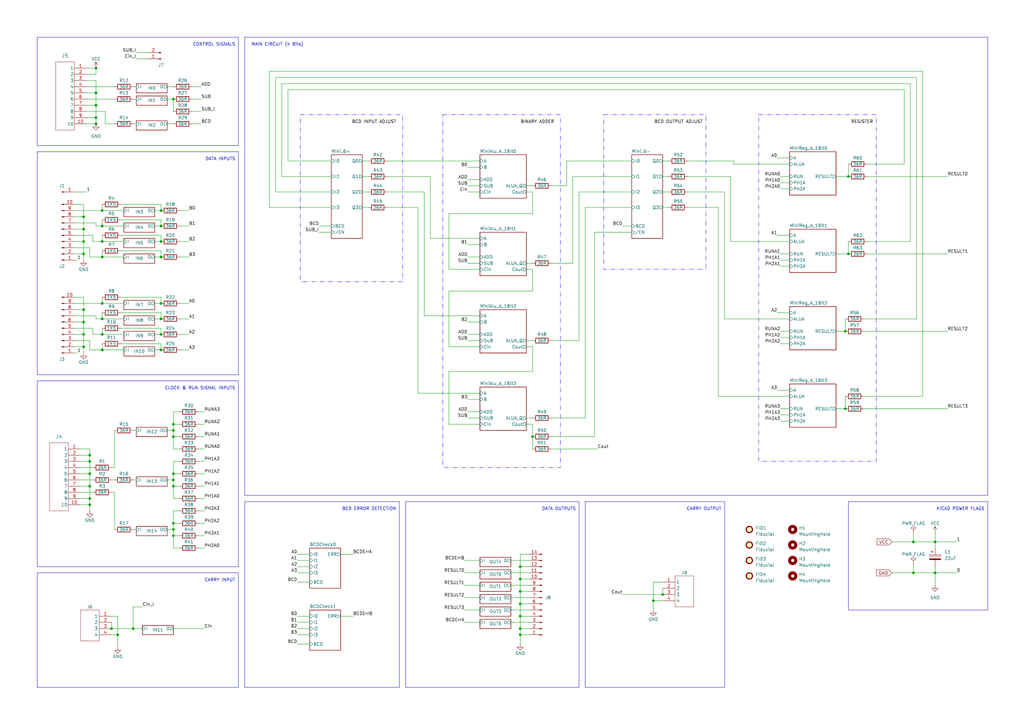
<source format=kicad_sch>
(kicad_sch (version 20230121) (generator eeschema)
  (paper "A3")
  (title_block (title "4 Bit BCD adder/subtracter with register"))
  (junction (at 41.91 92.71))
  (junction (at 39.37 48.26))
  (junction (at 54.61 257.81))
  (junction (at 213.36 260.35))
  (junction (at 346.71 167.64))
  (junction (at 71.12 179.07))
  (junction (at 346.71 135.89))
  (junction (at 71.12 196.85))
  (junction (at 71.12 194.31))
  (junction (at 39.37 27.94))
  (junction (at 213.36 257.81))
  (junction (at 347.98 104.14))
  (junction (at 66.04 86.36))
  (junction (at 66.04 143.51))
  (junction (at 213.36 237.49))
  (junction (at 34.29 93.98))
  (junction (at 66.04 137.16))
  (junction (at 347.98 72.39))
  (junction (at 41.91 105.41))
  (junction (at 34.29 132.08))
  (junction (at 45.72 257.81))
  (junction (at 41.91 137.16))
  (junction (at 71.12 173.99))
  (junction (at 66.04 99.06))
  (junction (at 213.36 252.73))
  (junction (at 41.91 130.81))
  (junction (at 41.91 124.46))
  (junction (at 39.37 43.18))
  (junction (at 71.12 217.17))
  (junction (at 41.91 143.51))
  (junction (at 213.36 247.65))
  (junction (at 34.29 104.14))
  (junction (at 66.04 124.46))
  (junction (at 66.04 105.41))
  (junction (at 34.29 99.06))
  (junction (at 39.37 38.1))
  (junction (at 383.54 222.25))
  (junction (at 374.65 234.95))
  (junction (at 213.36 242.57))
  (junction (at 34.29 142.24))
  (junction (at 71.12 199.39))
  (junction (at 34.29 137.16))
  (junction (at 71.12 219.71))
  (junction (at 71.12 176.53))
  (junction (at 36.83 204.47))
  (junction (at 36.83 207.01))
  (junction (at 271.78 243.84))
  (junction (at 34.29 127))
  (junction (at 66.04 92.71))
  (junction (at 36.83 186.69))
  (junction (at 36.83 194.31))
  (junction (at 36.83 189.23))
  (junction (at 66.04 130.81))
  (junction (at 383.54 234.95))
  (junction (at 213.36 232.41))
  (junction (at 71.12 40.64))
  (junction (at 267.97 246.38))
  (junction (at 39.37 50.8))
  (junction (at 48.26 260.35))
  (junction (at 36.83 199.39))
  (junction (at 34.29 88.9))
  (junction (at 41.91 99.06))
  (junction (at 71.12 214.63))
  (junction (at 218.44 179.07))
  (junction (at 41.91 86.36))
  (junction (at 374.65 222.25))
  (wire (pts (xy 226.06 184.15) (xy 245.11 184.15)))
  (wire (pts (xy 184.15 87.63) (xy 184.15 110.49)))
  (wire (pts (xy 33.02 189.23) (xy 36.83 189.23)))
  (wire (pts (xy 184.15 142.24) (xy 196.85 142.24)))
  (wire (pts (xy 30.48 142.24) (xy 34.29 142.24)))
  (wire (pts (xy 39.37 92.71) (xy 41.91 92.71)))
  (wire (pts (xy 226.06 171.45) (xy 240.03 171.45)))
  (wire (pts (xy 30.48 88.9) (xy 34.29 88.9)))
  (wire (pts (xy 45.72 201.93) (xy 46.99 201.93)))
  (wire (pts (xy 190.5 229.87) (xy 196.85 229.87)))
  (wire (pts (xy 30.48 134.62) (xy 38.1 134.62)))
  (wire (pts (xy 191.77 132.08) (xy 196.85 132.08)))
  (wire (pts (xy 226.06 76.2) (xy 232.41 76.2)))
  (wire (pts (xy 34.29 83.82) (xy 34.29 88.9)))
  (wire (pts (xy 54.61 50.8) (xy 55.88 50.8)))
  (wire (pts (xy 375.92 130.81) (xy 354.33 130.81)))
  (wire (pts (xy 35.56 30.48) (xy 39.37 30.48)))
  (wire (pts (xy 218.44 142.24) (xy 218.44 152.4)))
  (wire (pts (xy 36.83 186.69) (xy 36.83 189.23)))
  (wire (pts (xy 110.49 85.09) (xy 110.49 29.21)))
  (wire (pts (xy 118.11 36.83) (xy 118.11 66.04)))
  (wire (pts (xy 370.84 36.83) (xy 118.11 36.83)))
  (wire (pts (xy 66.04 83.82) (xy 66.04 86.36)))
  (wire (pts (xy 342.9 72.39) (xy 347.98 72.39)))
  (wire (pts (xy 158.75 85.09) (xy 171.45 85.09)))
  (wire (pts (xy 255.27 243.84) (xy 271.78 243.84)))
  (wire (pts (xy 30.48 93.98) (xy 34.29 93.98)))
  (wire (pts (xy 215.9 173.99) (xy 218.44 173.99)))
  (wire (pts (xy 66.04 102.87) (xy 66.04 105.41)))
  (wire (pts (xy 45.72 257.81) (xy 54.61 257.81)))
  (wire (pts (xy 243.84 179.07) (xy 226.06 179.07)))
  (wire (pts (xy 113.03 31.75) (xy 113.03 78.74)))
  (wire (pts (xy 365.76 222.25) (xy 374.65 222.25)))
  (wire (pts (xy 139.7 227.33) (xy 144.78 227.33)))
  (wire (pts (xy 38.1 99.06) (xy 41.91 99.06)))
  (wire (pts (xy 378.46 162.56) (xy 354.33 162.56)))
  (wire (pts (xy 71.12 176.53) (xy 71.12 179.07)))
  (wire (pts (xy 191.77 107.95) (xy 196.85 107.95)))
  (wire (pts (xy 71.12 184.15) (xy 73.66 184.15)))
  (wire (pts (xy 148.59 85.09) (xy 151.13 85.09)))
  (wire (pts (xy 191.77 76.2) (xy 196.85 76.2)))
  (wire (pts (xy 41.91 90.17) (xy 41.91 92.71)))
  (wire (pts (xy 383.54 234.95) (xy 383.54 240.03)))
  (wire (pts (xy 78.74 50.8) (xy 82.55 50.8)))
  (wire (pts (xy 184.15 119.38) (xy 184.15 142.24)))
  (wire (pts (xy 191.77 105.41) (xy 196.85 105.41)))
  (wire (pts (xy 34.29 104.14) (xy 34.29 106.68)))
  (wire (pts (xy 300.99 66.04) (xy 281.94 66.04)))
  (wire (pts (xy 34.29 127) (xy 34.29 132.08)))
  (wire (pts (xy 41.91 128.27) (xy 41.91 130.81)))
  (wire (pts (xy 71.12 173.99) (xy 73.66 173.99)))
  (wire (pts (xy 209.55 245.11) (xy 217.17 245.11)))
  (wire (pts (xy 127 257.81) (xy 121.92 257.81)))
  (wire (pts (xy 158.75 72.39) (xy 176.53 72.39)))
  (wire (pts (xy 71.12 194.31) (xy 71.12 196.85)))
  (wire (pts (xy 33.02 199.39) (xy 36.83 199.39)))
  (wire (pts (xy 271.78 78.74) (xy 274.32 78.74)))
  (wire (pts (xy 375.92 31.75) (xy 375.92 130.81)))
  (wire (pts (xy 34.29 99.06) (xy 34.29 104.14)))
  (wire (pts (xy 71.12 217.17) (xy 71.12 219.71)))
  (wire (pts (xy 43.18 50.8) (xy 43.18 45.72)))
  (wire (pts (xy 54.61 248.92) (xy 54.61 257.81)))
  (wire (pts (xy 68.58 50.8) (xy 71.12 50.8)))
  (wire (pts (xy 383.54 222.25) (xy 392.43 222.25)))
  (wire (pts (xy 30.48 78.74) (xy 35.56 78.74)))
  (wire (pts (xy 355.6 72.39) (xy 388.62 72.39)))
  (wire (pts (xy 281.94 72.39) (xy 299.72 72.39)))
  (wire (pts (xy 35.56 38.1) (xy 39.37 38.1)))
  (wire (pts (xy 49.53 102.87) (xy 66.04 102.87)))
  (wire (pts (xy 45.72 255.27) (xy 45.72 257.81)))
  (wire (pts (xy 36.83 207.01) (xy 36.83 209.55)))
  (wire (pts (xy 54.61 217.17) (xy 55.88 217.17)))
  (wire (pts (xy 255.27 92.71) (xy 259.08 92.71)))
  (wire (pts (xy 318.77 160.02) (xy 323.85 160.02)))
  (wire (pts (xy 271.78 66.04) (xy 274.32 66.04)))
  (wire (pts (xy 55.88 24.13) (xy 60.96 24.13)))
  (wire (pts (xy 68.58 176.53) (xy 71.12 176.53)))
  (wire (pts (xy 374.65 231.14) (xy 374.65 234.95)))
  (wire (pts (xy 46.99 191.77) (xy 45.72 191.77)))
  (wire (pts (xy 73.66 130.81) (xy 77.47 130.81)))
  (wire (pts (xy 299.72 72.39) (xy 299.72 99.06)))
  (wire (pts (xy 113.03 31.75) (xy 375.92 31.75)))
  (wire (pts (xy 320.04 74.93) (xy 323.85 74.93)))
  (wire (pts (xy 36.83 189.23) (xy 36.83 194.31)))
  (wire (pts (xy 81.28 224.79) (xy 83.82 224.79)))
  (wire (pts (xy 66.04 140.97) (xy 66.04 143.51)))
  (wire (pts (xy 35.56 43.18) (xy 39.37 43.18)))
  (wire (pts (xy 237.49 78.74) (xy 237.49 139.7)))
  (wire (pts (xy 36.83 143.51) (xy 36.83 139.7)))
  (wire (pts (xy 33.02 201.93) (xy 38.1 201.93)))
  (wire (pts (xy 259.08 78.74) (xy 237.49 78.74)))
  (wire (pts (xy 73.66 143.51) (xy 77.47 143.51)))
  (wire (pts (xy 190.5 245.11) (xy 196.85 245.11)))
  (wire (pts (xy 373.38 34.29) (xy 115.57 34.29)))
  (wire (pts (xy 39.37 130.81) (xy 39.37 129.54)))
  (wire (pts (xy 54.61 176.53) (xy 55.88 176.53)))
  (wire (pts (xy 271.78 72.39) (xy 274.32 72.39)))
  (wire (pts (xy 373.38 99.06) (xy 355.6 99.06)))
  (wire (pts (xy 30.48 121.92) (xy 34.29 121.92)))
  (wire (pts (xy 81.28 168.91) (xy 83.82 168.91)))
  (wire (pts (xy 71.12 40.64) (xy 71.12 45.72)))
  (wire (pts (xy 191.77 163.83) (xy 196.85 163.83)))
  (wire (pts (xy 39.37 130.81) (xy 41.91 130.81)))
  (wire (pts (xy 36.83 105.41) (xy 36.83 101.6)))
  (wire (pts (xy 176.53 72.39) (xy 176.53 97.79)))
  (wire (pts (xy 383.54 234.95) (xy 392.43 234.95)))
  (wire (pts (xy 213.36 247.65) (xy 213.36 252.73)))
  (wire (pts (xy 71.12 179.07) (xy 71.12 184.15)))
  (wire (pts (xy 71.12 199.39) (xy 73.66 199.39)))
  (wire (pts (xy 36.83 105.41) (xy 41.91 105.41)))
  (wire (pts (xy 30.48 99.06) (xy 34.29 99.06)))
  (wire (pts (xy 30.48 124.46) (xy 41.91 124.46)))
  (wire (pts (xy 127 260.35) (xy 121.92 260.35)))
  (wire (pts (xy 171.45 85.09) (xy 171.45 161.29)))
  (wire (pts (xy 36.83 139.7) (xy 30.48 139.7)))
  (wire (pts (xy 33.02 194.31) (xy 36.83 194.31)))
  (wire (pts (xy 30.48 132.08) (xy 34.29 132.08)))
  (wire (pts (xy 215.9 78.74) (xy 218.44 78.74)))
  (wire (pts (xy 320.04 140.97) (xy 323.85 140.97)))
  (wire (pts (xy 34.29 142.24) (xy 34.29 144.78)))
  (wire (pts (xy 41.91 121.92) (xy 41.91 124.46)))
  (wire (pts (xy 41.91 130.81) (xy 50.8 130.81)))
  (wire (pts (xy 49.53 96.52) (xy 66.04 96.52)))
  (wire (pts (xy 271.78 246.38) (xy 267.97 246.38)))
  (wire (pts (xy 354.33 135.89) (xy 388.62 135.89)))
  (wire (pts (xy 374.65 218.44) (xy 374.65 222.25)))
  (wire (pts (xy 218.44 184.15) (xy 218.44 179.07)))
  (wire (pts (xy 49.53 90.17) (xy 66.04 90.17)))
  (wire (pts (xy 213.36 227.33) (xy 213.36 232.41)))
  (wire (pts (xy 320.04 170.18) (xy 323.85 170.18)))
  (wire (pts (xy 54.61 196.85) (xy 55.88 196.85)))
  (wire (pts (xy 370.84 67.31) (xy 355.6 67.31)))
  (wire (pts (xy 347.98 72.39) (xy 347.98 67.31)))
  (wire (pts (xy 213.36 232.41) (xy 213.36 237.49)))
  (wire (pts (xy 48.26 260.35) (xy 45.72 260.35)))
  (wire (pts (xy 68.58 35.56) (xy 71.12 35.56)))
  (wire (pts (xy 217.17 237.49) (xy 213.36 237.49)))
  (wire (pts (xy 78.74 45.72) (xy 82.55 45.72)))
  (wire (pts (xy 71.12 224.79) (xy 73.66 224.79)))
  (wire (pts (xy 213.36 264.16) (xy 213.36 260.35)))
  (wire (pts (xy 127 229.87) (xy 121.92 229.87)))
  (wire (pts (xy 81.28 204.47) (xy 83.82 204.47)))
  (wire (pts (xy 49.53 134.62) (xy 66.04 134.62)))
  (wire (pts (xy 184.15 110.49) (xy 196.85 110.49)))
  (wire (pts (xy 218.44 152.4) (xy 184.15 152.4)))
  (wire (pts (xy 49.53 121.92) (xy 66.04 121.92)))
  (wire (pts (xy 30.48 137.16) (xy 34.29 137.16)))
  (wire (pts (xy 209.55 240.03) (xy 217.17 240.03)))
  (wire (pts (xy 71.12 219.71) (xy 73.66 219.71)))
  (wire (pts (xy 110.49 29.21) (xy 378.46 29.21)))
  (wire (pts (xy 68.58 217.17) (xy 71.12 217.17)))
  (wire (pts (xy 213.36 237.49) (xy 213.36 242.57)))
  (wire (pts (xy 127 227.33) (xy 121.92 227.33)))
  (wire (pts (xy 113.03 78.74) (xy 135.89 78.74)))
  (wire (pts (xy 45.72 196.85) (xy 46.99 196.85)))
  (wire (pts (xy 297.18 130.81) (xy 323.85 130.81)))
  (wire (pts (xy 34.29 132.08) (xy 34.29 137.16)))
  (wire (pts (xy 33.02 184.15) (xy 36.83 184.15)))
  (wire (pts (xy 71.12 209.55) (xy 71.12 214.63)))
  (wire (pts (xy 213.36 252.73) (xy 213.36 257.81)))
  (wire (pts (xy 110.49 85.09) (xy 135.89 85.09)))
  (wire (pts (xy 41.91 83.82) (xy 41.91 86.36)))
  (wire (pts (xy 48.26 260.35) (xy 48.26 265.43)))
  (wire (pts (xy 217.17 247.65) (xy 213.36 247.65)))
  (wire (pts (xy 73.66 137.16) (xy 77.47 137.16)))
  (wire (pts (xy 139.7 252.73) (xy 144.78 252.73)))
  (wire (pts (xy 346.71 167.64) (xy 346.71 162.56)))
  (wire (pts (xy 318.77 64.77) (xy 323.85 64.77)))
  (wire (pts (xy 38.1 191.77) (xy 33.02 191.77)))
  (wire (pts (xy 63.5 92.71) (xy 66.04 92.71)))
  (wire (pts (xy 31.75 106.68) (xy 30.48 106.68)))
  (wire (pts (xy 218.44 78.74) (xy 218.44 87.63)))
  (wire (pts (xy 240.03 85.09) (xy 259.08 85.09)))
  (wire (pts (xy 35.56 48.26) (xy 39.37 48.26)))
  (wire (pts (xy 299.72 99.06) (xy 323.85 99.06)))
  (wire (pts (xy 33.02 207.01) (xy 36.83 207.01)))
  (wire (pts (xy 36.83 184.15) (xy 36.83 186.69)))
  (wire (pts (xy 173.99 129.54) (xy 196.85 129.54)))
  (wire (pts (xy 78.74 35.56) (xy 82.55 35.56)))
  (wire (pts (xy 354.33 167.64) (xy 388.62 167.64)))
  (wire (pts (xy 281.94 78.74) (xy 297.18 78.74)))
  (wire (pts (xy 300.99 67.31) (xy 323.85 67.31)))
  (wire (pts (xy 215.9 107.95) (xy 218.44 107.95)))
  (wire (pts (xy 294.64 162.56) (xy 323.85 162.56)))
  (wire (pts (xy 218.44 139.7) (xy 215.9 139.7)))
  (wire (pts (xy 148.59 72.39) (xy 151.13 72.39)))
  (wire (pts (xy 215.9 142.24) (xy 218.44 142.24)))
  (wire (pts (xy 226.06 139.7) (xy 237.49 139.7)))
  (wire (pts (xy 39.37 38.1) (xy 39.37 43.18)))
  (wire (pts (xy 35.56 33.02) (xy 39.37 33.02)))
  (wire (pts (xy 342.9 135.89) (xy 346.71 135.89)))
  (wire (pts (xy 191.77 168.91) (xy 196.85 168.91)))
  (wire (pts (xy 294.64 85.09) (xy 294.64 162.56)))
  (wire (pts (xy 320.04 135.89) (xy 323.85 135.89)))
  (wire (pts (xy 39.37 92.71) (xy 39.37 91.44)))
  (wire (pts (xy 342.9 104.14) (xy 347.98 104.14)))
  (wire (pts (xy 281.94 85.09) (xy 294.64 85.09)))
  (wire (pts (xy 71.12 189.23) (xy 73.66 189.23)))
  (wire (pts (xy 342.9 167.64) (xy 346.71 167.64)))
  (wire (pts (xy 158.75 78.74) (xy 173.99 78.74)))
  (wire (pts (xy 71.12 189.23) (xy 71.12 194.31)))
  (wire (pts (xy 38.1 96.52) (xy 30.48 96.52)))
  (wire (pts (xy 115.57 34.29) (xy 115.57 72.39)))
  (wire (pts (xy 320.04 109.22) (xy 323.85 109.22)))
  (wire (pts (xy 41.91 99.06) (xy 50.8 99.06)))
  (wire (pts (xy 63.5 99.06) (xy 66.04 99.06)))
  (wire (pts (xy 267.97 238.76) (xy 267.97 246.38)))
  (wire (pts (xy 63.5 130.81) (xy 66.04 130.81)))
  (wire (pts (xy 171.45 161.29) (xy 196.85 161.29)))
  (wire (pts (xy 176.53 97.79) (xy 196.85 97.79)))
  (wire (pts (xy 121.92 238.76) (xy 127 238.76)))
  (wire (pts (xy 41.91 134.62) (xy 41.91 137.16)))
  (wire (pts (xy 73.66 99.06) (xy 77.47 99.06)))
  (wire (pts (xy 213.36 242.57) (xy 213.36 247.65)))
  (wire (pts (xy 81.28 194.31) (xy 83.82 194.31)))
  (wire (pts (xy 35.56 40.64) (xy 46.99 40.64)))
  (wire (pts (xy 73.66 92.71) (xy 77.47 92.71)))
  (wire (pts (xy 58.42 248.92) (xy 54.61 248.92)))
  (wire (pts (xy 71.12 168.91) (xy 73.66 168.91)))
  (wire (pts (xy 218.44 87.63) (xy 184.15 87.63)))
  (wire (pts (xy 232.41 66.04) (xy 232.41 76.2)))
  (wire (pts (xy 378.46 162.56) (xy 378.46 29.21)))
  (wire (pts (xy 215.9 171.45) (xy 218.44 171.45)))
  (wire (pts (xy 373.38 99.06) (xy 373.38 34.29)))
  (wire (pts (xy 191.77 78.74) (xy 196.85 78.74)))
  (wire (pts (xy 35.56 50.8) (xy 39.37 50.8)))
  (wire (pts (xy 43.18 50.8) (xy 46.99 50.8)))
  (wire (pts (xy 209.55 255.27) (xy 217.17 255.27)))
  (wire (pts (xy 158.75 66.04) (xy 196.85 66.04)))
  (wire (pts (xy 81.28 184.15) (xy 83.82 184.15)))
  (wire (pts (xy 68.58 196.85) (xy 71.12 196.85)))
  (wire (pts (xy 81.28 173.99) (xy 83.82 173.99)))
  (wire (pts (xy 66.04 128.27) (xy 66.04 130.81)))
  (wire (pts (xy 234.95 107.95) (xy 234.95 72.39)))
  (wire (pts (xy 71.12 194.31) (xy 73.66 194.31)))
  (wire (pts (xy 217.17 257.81) (xy 213.36 257.81)))
  (wire (pts (xy 271.78 241.3) (xy 271.78 243.84)))
  (wire (pts (xy 243.84 95.25) (xy 243.84 179.07)))
  (wire (pts (xy 71.12 257.81) (xy 83.82 257.81)))
  (wire (pts (xy 33.02 204.47) (xy 36.83 204.47)))
  (wire (pts (xy 30.48 104.14) (xy 34.29 104.14)))
  (wire (pts (xy 217.17 232.41) (xy 213.36 232.41)))
  (wire (pts (xy 191.77 73.66) (xy 196.85 73.66)))
  (wire (pts (xy 190.5 250.19) (xy 196.85 250.19)))
  (wire (pts (xy 355.6 104.14) (xy 388.62 104.14)))
  (wire (pts (xy 41.91 137.16) (xy 50.8 137.16)))
  (wire (pts (xy 63.5 105.41) (xy 66.04 105.41)))
  (wire (pts (xy 130.81 92.71) (xy 135.89 92.71)))
  (wire (pts (xy 41.91 96.52) (xy 41.91 99.06)))
  (wire (pts (xy 127 252.73) (xy 121.92 252.73)))
  (wire (pts (xy 38.1 137.16) (xy 38.1 134.62)))
  (wire (pts (xy 36.83 199.39) (xy 36.83 204.47)))
  (wire (pts (xy 217.17 227.33) (xy 213.36 227.33)))
  (wire (pts (xy 267.97 246.38) (xy 267.97 250.19)))
  (wire (pts (xy 81.28 219.71) (xy 83.82 219.71)))
  (wire (pts (xy 38.1 99.06) (xy 38.1 96.52)))
  (wire (pts (xy 218.44 76.2) (xy 215.9 76.2)))
  (wire (pts (xy 49.53 128.27) (xy 66.04 128.27)))
  (wire (pts (xy 191.77 137.16) (xy 196.85 137.16)))
  (wire (pts (xy 71.12 204.47) (xy 73.66 204.47)))
  (wire (pts (xy 33.02 196.85) (xy 38.1 196.85)))
  (wire (pts (xy 148.59 78.74) (xy 151.13 78.74)))
  (wire (pts (xy 297.18 78.74) (xy 297.18 130.81)))
  (wire (pts (xy 213.36 260.35) (xy 217.17 260.35)))
  (wire (pts (xy 39.37 30.48) (xy 39.37 27.94)))
  (wire (pts (xy 209.55 229.87) (xy 217.17 229.87)))
  (wire (pts (xy 130.81 95.25) (xy 135.89 95.25)))
  (wire (pts (xy 190.5 234.95) (xy 196.85 234.95)))
  (wire (pts (xy 30.48 83.82) (xy 34.29 83.82)))
  (wire (pts (xy 71.12 214.63) (xy 71.12 217.17)))
  (wire (pts (xy 374.65 234.95) (xy 383.54 234.95)))
  (wire (pts (xy 55.88 21.59) (xy 60.96 21.59)))
  (wire (pts (xy 213.36 257.81) (xy 213.36 260.35)))
  (wire (pts (xy 49.53 140.97) (xy 66.04 140.97)))
  (wire (pts (xy 215.9 110.49) (xy 218.44 110.49)))
  (wire (pts (xy 383.54 222.25) (xy 383.54 218.44)))
  (wire (pts (xy 190.5 255.27) (xy 196.85 255.27)))
  (wire (pts (xy 71.12 179.07) (xy 73.66 179.07)))
  (wire (pts (xy 71.12 168.91) (xy 71.12 173.99)))
  (wire (pts (xy 191.77 171.45) (xy 196.85 171.45)))
  (wire (pts (xy 39.37 48.26) (xy 39.37 50.8)))
  (wire (pts (xy 34.29 137.16) (xy 34.29 142.24)))
  (wire (pts (xy 115.57 72.39) (xy 135.89 72.39)))
  (wire (pts (xy 347.98 99.06) (xy 347.98 104.14)))
  (wire (pts (xy 81.28 214.63) (xy 83.82 214.63)))
  (wire (pts (xy 271.78 85.09) (xy 274.32 85.09)))
  (wire (pts (xy 320.04 104.14) (xy 323.85 104.14)))
  (wire (pts (xy 54.61 35.56) (xy 55.88 35.56)))
  (wire (pts (xy 73.66 86.36) (xy 77.47 86.36)))
  (wire (pts (xy 41.91 92.71) (xy 50.8 92.71)))
  (wire (pts (xy 234.95 72.39) (xy 259.08 72.39)))
  (wire (pts (xy 46.99 176.53) (xy 46.99 191.77)))
  (wire (pts (xy 320.04 167.64) (xy 323.85 167.64)))
  (wire (pts (xy 300.99 67.31) (xy 300.99 66.04)))
  (wire (pts (xy 71.12 199.39) (xy 71.12 204.47)))
  (wire (pts (xy 218.44 119.38) (xy 184.15 119.38)))
  (wire (pts (xy 217.17 242.57) (xy 213.36 242.57)))
  (wire (pts (xy 71.12 214.63) (xy 73.66 214.63)))
  (wire (pts (xy 191.77 139.7) (xy 196.85 139.7)))
  (wire (pts (xy 320.04 138.43) (xy 323.85 138.43)))
  (wire (pts (xy 39.37 43.18) (xy 39.37 48.26)))
  (wire (pts (xy 54.61 40.64) (xy 55.88 40.64)))
  (wire (pts (xy 243.84 95.25) (xy 259.08 95.25)))
  (wire (pts (xy 209.55 234.95) (xy 217.17 234.95)))
  (wire (pts (xy 81.28 179.07) (xy 83.82 179.07)))
  (wire (pts (xy 78.74 40.64) (xy 82.55 40.64)))
  (wire (pts (xy 240.03 171.45) (xy 240.03 85.09)))
  (wire (pts (xy 73.66 124.46) (xy 77.47 124.46)))
  (wire (pts (xy 71.12 196.85) (xy 71.12 199.39)))
  (wire (pts (xy 33.02 186.69) (xy 36.83 186.69)))
  (wire (pts (xy 365.76 234.95) (xy 374.65 234.95)))
  (wire (pts (xy 39.37 91.44) (xy 30.48 91.44)))
  (wire (pts (xy 320.04 106.68) (xy 323.85 106.68)))
  (wire (pts (xy 34.29 88.9) (xy 34.29 93.98)))
  (wire (pts (xy 66.04 90.17) (xy 66.04 92.71)))
  (wire (pts (xy 127 255.27) (xy 121.92 255.27)))
  (wire (pts (xy 148.59 66.04) (xy 151.13 66.04)))
  (wire (pts (xy 383.54 232.41) (xy 383.54 234.95)))
  (wire (pts (xy 346.71 130.81) (xy 346.71 135.89)))
  (wire (pts (xy 35.56 27.94) (xy 39.37 27.94)))
  (wire (pts (xy 370.84 36.83) (xy 370.84 67.31)))
  (wire (pts (xy 135.89 66.04) (xy 118.11 66.04)))
  (wire (pts (xy 39.37 129.54) (xy 30.48 129.54)))
  (wire (pts (xy 41.91 143.51) (xy 50.8 143.51)))
  (wire (pts (xy 54.61 257.81) (xy 58.42 257.81)))
  (wire (pts (xy 48.26 252.73) (xy 48.26 260.35)))
  (wire (pts (xy 127 232.41) (xy 121.92 232.41)))
  (wire (pts (xy 63.5 86.36) (xy 66.04 86.36)))
  (wire (pts (xy 71.12 173.99) (xy 71.12 176.53)))
  (wire (pts (xy 320.04 72.39) (xy 323.85 72.39)))
  (wire (pts (xy 226.06 107.95) (xy 234.95 107.95)))
  (wire (pts (xy 81.28 189.23) (xy 83.82 189.23)))
  (wire (pts (xy 318.77 128.27) (xy 323.85 128.27)))
  (wire (pts (xy 63.5 137.16) (xy 66.04 137.16)))
  (wire (pts (xy 34.29 121.92) (xy 34.29 127)))
  (wire (pts (xy 66.04 121.92) (xy 66.04 124.46)))
  (wire (pts (xy 36.83 204.47) (xy 36.83 207.01)))
  (wire (pts (xy 30.48 127) (xy 34.29 127)))
  (wire (pts (xy 271.78 238.76) (xy 267.97 238.76)))
  (wire (pts (xy 41.91 102.87) (xy 41.91 105.41)))
  (wire (pts (xy 383.54 222.25) (xy 383.54 224.79)))
  (wire (pts (xy 184.15 152.4) (xy 184.15 173.99)))
  (wire (pts (xy 71.12 209.55) (xy 73.66 209.55)))
  (wire (pts (xy 191.77 68.58) (xy 196.85 68.58)))
  (wire (pts (xy 81.28 209.55) (xy 83.82 209.55)))
  (wire (pts (xy 318.77 96.52) (xy 323.85 96.52)))
  (wire (pts (xy 374.65 222.25) (xy 383.54 222.25)))
  (wire (pts (xy 45.72 252.73) (xy 48.26 252.73)))
  (wire (pts (xy 41.91 86.36) (xy 50.8 86.36)))
  (wire (pts (xy 190.5 240.03) (xy 196.85 240.03)))
  (wire (pts (xy 49.53 83.82) (xy 66.04 83.82)))
  (wire (pts (xy 46.99 201.93) (xy 46.99 217.17)))
  (wire (pts (xy 39.37 33.02) (xy 39.37 38.1)))
  (wire (pts (xy 31.75 144.78) (xy 30.48 144.78)))
  (wire (pts (xy 38.1 137.16) (xy 41.91 137.16)))
  (wire (pts (xy 34.29 93.98) (xy 34.29 99.06)))
  (wire (pts (xy 73.66 105.41) (xy 77.47 105.41)))
  (wire (pts (xy 217.17 252.73) (xy 213.36 252.73)))
  (wire (pts (xy 218.44 110.49) (xy 218.44 119.38)))
  (wire (pts (xy 320.04 77.47) (xy 323.85 77.47)))
  (wire (pts (xy 209.55 250.19) (xy 217.17 250.19)))
  (wire (pts (xy 127 234.95) (xy 121.92 234.95)))
  (wire (pts (xy 36.83 143.51) (xy 41.91 143.51)))
  (wire (pts (xy 68.58 40.64) (xy 71.12 40.64)))
  (wire (pts (xy 63.5 143.51) (xy 66.04 143.51)))
  (wire (pts (xy 30.48 86.36) (xy 41.91 86.36)))
  (wire (pts (xy 66.04 134.62) (xy 66.04 137.16)))
  (wire (pts (xy 191.77 100.33) (xy 196.85 100.33)))
  (wire (pts (xy 41.91 124.46) (xy 50.8 124.46)))
  (wire (pts (xy 36.83 101.6) (xy 30.48 101.6)))
  (wire (pts (xy 41.91 140.97) (xy 41.91 143.51)))
  (wire (pts (xy 43.18 45.72) (xy 35.56 45.72)))
  (wire (pts (xy 66.04 96.52) (xy 66.04 99.06)))
  (wire (pts (xy 63.5 124.46) (xy 66.04 124.46)))
  (wire (pts (xy 184.15 173.99) (xy 196.85 173.99)))
  (wire (pts (xy 81.28 199.39) (xy 83.82 199.39)))
  (wire (pts (xy 41.91 105.41) (xy 50.8 105.41)))
  (wire (pts (xy 71.12 219.71) (xy 71.12 224.79)))
  (wire (pts (xy 259.08 66.04) (xy 232.41 66.04)))
  (wire (pts (xy 121.92 264.16) (xy 127 264.16)))
  (wire (pts (xy 36.83 194.31) (xy 36.83 199.39)))
  (wire (pts (xy 173.99 78.74) (xy 173.99 129.54)))
  (wire (pts (xy 320.04 172.72) (xy 323.85 172.72)))
  (wire (pts (xy 35.56 35.56) (xy 46.99 35.56)))
  (wire (pts (xy 218.44 173.99) (xy 218.44 179.07)))
  (rectangle (start 347.98 205.74) (end 405.13 250.19))
  (rectangle (start 15.24 234.95) (end 97.79 281.94))
  (rectangle (start 311.15 46.99) (end 359.41 189.23) (stroke (width 0) (type dash_dot_dot) (color 0 0 255 1)))
  (rectangle (start 181.61 46.99) (end 229.87 191.77) (stroke (width 0) (type dash_dot_dot) (color 0 0 255 1)))
  (rectangle (start 247.65 46.99) (end 289.56 110.49) (stroke (width 0) (type dash_dot_dot) (color 0 0 255 1)))
  (rectangle (start 240.03 205.74) (end 297.18 281.94))
  (rectangle (start 166.37 205.74) (end 237.49 281.94))
  (rectangle (start 123.19 46.99) (end 165.1 115.57) (stroke (width 0) (type dash_dot_dot) (color 0 0 255 1)))
  (rectangle (start 15.24 15.24) (end 97.79 59.69))
  (rectangle (start 15.24 62.23) (end 97.79 153.67))
  (rectangle (start 100.33 15.24) (end 405.13 203.2))
  (rectangle (start 100.33 205.74) (end 163.83 281.94))
  (rectangle (start 15.24 156.21) (end 97.79 232.41))
  (text "KICAD POWER FLAGS" (at 403.86 209.55 0) (effects (font (size 1.27 1.27)) (justify right bottom)))
  (text "MAIN CIRCUIT (4 Bits)" (at 124.46 19.05 0) (effects (font (size 1.27 1.27)) (justify right bottom)))
  (text "DATA OUTPUTS" (at 236.22 209.55 0) (effects (font (size 1.27 1.27)) (justify right bottom)))
  (text "REGISTER" (at 358.14 50.8 0) (effects (font (size 1.27 1.27)) (justify right bottom)))
  (text "BCD OUTPUT ADJUST" (at 288.29 50.8 0) (effects (font (size 1.27 1.27)) (justify right bottom)))
  (text "BINARY ADDER" (at 227.33 50.8 0) (effects (font (size 1.27 1.27)) (justify right bottom)))
  (text "CARRY OUTPUT" (at 295.91 209.55 0) (effects (font (size 1.27 1.27)) (justify right bottom)))
  (text "CONTROL SIGNALS" (at 96.52 19.05 0) (effects (font (size 1.27 1.27)) (justify right bottom)))
  (text "DATA INPUTS" (at 96.52 66.04 0) (effects (font (size 1.27 1.27)) (justify right bottom)))
  (text "CARRY INPUT" (at 96.52 238.76 0) (effects (font (size 1.27 1.27)) (justify right bottom)))
  (text "CLOCK & RUN SIGNAL INPUTS" (at 96.52 160.02 0) (effects (font (size 1.27 1.27)) (justify right bottom)))
  (text "BCD INPUT ADJUST" (at 162.56 50.8 0) (effects (font (size 1.27 1.27)) (justify right bottom)))
  (text "BCD ERROR DETECTION" (at 162.56 209.55 0) (effects (font (size 1.27 1.27)) (justify right bottom)))
  (label "B0" (at 77.47 86.36 0))
  (label "B0" (at 191.77 68.58 180))
  (label "Cout" (at 245.11 184.15 0))
  (label "BCD" (at 82.55 50.8 0))
  (label "ADD" (at 191.77 73.66 180))
  (label "Cin" (at 83.82 257.81 0))
  (label "B1" (at 191.77 100.33 180))
  (label "BCDErrA" (at 190.5 255.27 180))
  (label "BCD" (at 255.27 92.71 180))
  (label "PH1A1" (at 320.04 106.68 180))
  (label "ADD" (at 191.77 137.16 180))
  (label "A1" (at 121.92 229.87 180))
  (label "RUNA2" (at 83.82 173.99 0))
  (label "A3" (at 318.77 160.02 180))
  (label "RUNA1" (at 320.04 104.14 180))
  (label "1" (at 392.43 222.25 0))
  (label "B0" (at 121.92 252.73 180))
  (label "Cin" (at 191.77 78.74 180))
  (label "BCDErrB" (at 190.5 229.87 180))
  (label "PH1A3" (at 320.04 170.18 180))
  (label "BCD" (at 121.92 238.76 180))
  (label "RUNA2" (at 320.04 135.89 180))
  (label "RESULT2" (at 190.5 245.11 180))
  (label "PH1A0" (at 320.04 74.93 180))
  (label "RESULT2" (at 388.62 135.89 0))
  (label "SUB" (at 191.77 171.45 180))
  (label "PH2A2" (at 83.82 214.63 0))
  (label "A2" (at 318.77 128.27 180))
  (label "1" (at 31.75 144.78 0))
  (label "PH2A0" (at 320.04 77.47 180))
  (label "B3" (at 77.47 105.41 0))
  (label "PH2A2" (at 320.04 140.97 180))
  (label "SUB" (at 191.77 139.7 180))
  (label "Cin_I" (at 58.42 248.92 0))
  (label "Cin_I" (at 55.88 24.13 180))
  (label "B2" (at 77.47 99.06 0))
  (label "SUB_I" (at 82.55 45.72 0))
  (label "A0" (at 121.92 227.33 180))
  (label "Cout" (at 255.27 243.84 180))
  (label "RUNA0" (at 320.04 72.39 180))
  (label "A1" (at 318.77 96.52 180))
  (label "SUB" (at 82.55 40.64 0))
  (label "SUB_I" (at 130.81 95.25 180))
  (label "PH1A1" (at 83.82 199.39 0))
  (label "BCDErrA" (at 144.78 227.33 0))
  (label "ADD" (at 191.77 168.91 180))
  (label "RESULT1" (at 388.62 104.14 0))
  (label "B1" (at 77.47 92.71 0))
  (label "B2" (at 121.92 257.81 180))
  (label "PH1A3" (at 83.82 189.23 0))
  (label "PH2A1" (at 83.82 219.71 0))
  (label "SUB" (at 191.77 107.95 180))
  (label "B3" (at 121.92 260.35 180))
  (label "SUB_I" (at 55.88 21.59 180))
  (label "A0" (at 77.47 124.46 0))
  (label "B2" (at 191.77 132.08 180))
  (label "ADD" (at 82.55 35.56 0))
  (label "PH2A0" (at 83.82 224.79 0))
  (label "RUNA3" (at 320.04 167.64 180))
  (label "PH2A3" (at 83.82 209.55 0))
  (label "SUB" (at 191.77 76.2 180))
  (label "RUNA0" (at 83.82 184.15 0))
  (label "RESULT3" (at 190.5 250.19 180))
  (label "BCD" (at 130.81 92.71 180))
  (label "0" (at 392.43 234.95 0))
  (label "B3" (at 191.77 163.83 180))
  (label "PH1A0" (at 83.82 204.47 0))
  (label "BCDErrB" (at 144.78 252.73 0))
  (label "A0" (at 318.77 64.77 180))
  (label "A3" (at 77.47 143.51 0))
  (label "RUNA3" (at 83.82 168.91 0))
  (label "1" (at 35.56 78.74 0))
  (label "RESULT0" (at 190.5 234.95 180))
  (label "1" (at 31.75 106.68 0))
  (label "RESULT1" (at 190.5 240.03 180))
  (label "A2" (at 77.47 137.16 0))
  (label "PH2A1" (at 320.04 109.22 180))
  (label "PH1A2" (at 320.04 138.43 180))
  (label "RESULT0" (at 388.62 72.39 0))
  (label "PH2A3" (at 320.04 172.72 180))
  (label "RESULT3" (at 388.62 167.64 0))
  (label "A1" (at 77.47 130.81 0))
  (label "A2" (at 121.92 232.41 180))
  (label "A3" (at 121.92 234.95 180))
  (label "RUNA1" (at 83.82 179.07 0))
  (label "BCD" (at 121.92 264.16 180))
  (label "ADD" (at 191.77 105.41 180))
  (label "PH1A2" (at 83.82 194.31 0))
  (label "B1" (at 121.92 255.27 180))
  (global_label "GND" (shape input) (at 365.76 234.95 180) (property "Intersheetrefs" "${INTERSHEET_REFS}" (effects hide)))
  (global_label "VCC" (shape input) (at 365.76 222.25 180) (property "Intersheetrefs" "${INTERSHEET_REFS}" (effects hide)))
  (symbol (lib_id "Mechanical:MountingHole") (at 325.12 223.52 0) (unit 1) (in_bom no)
    (property "Reference" "H2" (at 327.66 222.885 0) (effects (justify left)))
    (property "Value" "MountingHole" (at 327.66 225.425 0) (effects (justify left)))
    (property "Footprint" "MountingHole:MountingHole_3.2mm_M3_DIN965_Pad" (effects hide))
  )
  (symbol (lib_id "Mechanical:MountingHole") (at 325.12 229.87 0) (unit 1) (in_bom no)
    (property "Reference" "H3" (at 327.66 229.235 0) (effects (justify left)))
    (property "Value" "MountingHole" (at 327.66 231.775 0) (effects (justify left)))
    (property "Footprint" "MountingHole:MountingHole_3.2mm_M3_DIN965_Pad" (effects hide))
  )
  (symbol (lib_id "power:GND") (at 39.37 50.8 0) (unit 1)
    (property "Reference" "#PWR05" (effects hide))
    (property "Value" "GND" (at 39.37 55.88 0))
  )
  (symbol (lib_id "Device:R") (at 77.47 194.31 90) (unit 1)
    (property "Reference" "R35" (at 77.47 191.77 90))
    (property "Value" "36R" (at 77.47 194.31 90))
    (property "Footprint" "Resistor_SMD:R_0603_1608Metric" (effects hide))
  )
  (symbol (lib_id "power:GND") (at 36.83 209.55 0) (unit 1)
    (property "Reference" "#PWR03" (effects hide))
    (property "Value" "GND" (at 36.83 213.36 0))
  )
  (symbol (lib_id "Device:R") (at 50.8 176.53 90) (unit 1)
    (property "Reference" "R15" (at 50.8 173.99 90))
    (property "Value" "36R" (at 50.8 176.53 90))
    (property "Footprint" "Resistor_SMD:R_0603_1608Metric" (effects hide))
  )
  (symbol (lib_id "Device:R") (at 41.91 196.85 90) (unit 1)
    (property "Reference" "R2" (at 41.91 194.31 90))
    (property "Value" "36R" (at 41.91 196.85 90))
    (property "Footprint" "Resistor_SMD:R_0603_1608Metric" (effects hide))
  )
  (symbol (lib_id "Device:R") (at 45.72 96.52 90) (unit 1)
    (property "Reference" "R6" (at 45.72 93.98 90))
    (property "Value" "1K5" (at 45.72 96.52 90))
    (property "Footprint" "Resistor_SMD:R_0603_1608Metric" (effects hide))
  )
  (symbol (lib_id "MevaLlibreria:XF3M1-1015-1B") (at 35.56 27.94 0) (mirror y) (unit 1)
    (property "Reference" "J5" (at 26.67 22.86 0) (effects (font (size 1.524 1.524))))
    (property "Value" "XF3M1-1015-1B" (effects hide))
    (property "Footprint" "MevaLlibreriaFootprint:CONN_XF3M1-1015-1B_OMR" (effects hide))
    (property "Datasheet" "XF3M1-1015-1B" (effects hide))
  )
  (symbol (lib_id "Device:R") (at 77.47 173.99 90) (unit 1)
    (property "Reference" "R31" (at 77.47 171.45 90))
    (property "Value" "36R" (at 77.47 173.99 90))
    (property "Footprint" "Resistor_SMD:R_0603_1608Metric" (effects hide))
  )
  (symbol (lib_id "Device:R") (at 74.93 50.8 90) (unit 1)
    (property "Reference" "R29" (at 74.93 48.26 90))
    (property "Value" "36R" (at 74.93 50.8 90))
    (property "Footprint" "Resistor_SMD:R_0603_1608Metric" (effects hide))
  )
  (symbol (lib_id "Device:R") (at 222.25 139.7 90) (unit 1)
    (property "Reference" "R48" (at 222.25 137.16 90))
    (property "Value" "36R" (at 222.25 139.7 90))
    (property "Footprint" "Resistor_SMD:R_0603_1608Metric" (effects hide))
  )
  (symbol (lib_id "Device:R") (at 50.8 35.56 90) (unit 1)
    (property "Reference" "R12" (at 50.8 33.02 90))
    (property "Value" "36R" (at 50.8 35.56 90))
    (property "Footprint" "Resistor_SMD:R_0603_1608Metric" (effects hide))
  )
  (symbol (lib_id "Device:R") (at 350.52 162.56 270) (unit 1)
    (property "Reference" "R58" (at 350.52 160.02 90))
    (property "Value" "36R" (at 350.52 162.56 90))
    (property "Footprint" "Resistor_SMD:R_0603_1608Metric" (effects hide))
  )
  (symbol (lib_id "Connector:Conn_01x10_Pin") (at 25.4 134.62 0) (mirror x) (unit 1)
    (property "Reference" "J3" (at 25.4 147.32 0))
    (property "Value" "Conn_01x10_Pin" (effects hide))
    (property "Footprint" "Connector_PinSocket_2.54mm:PinSocket_2x05_P2.54mm_Horizontal" (effects hide))
  )
  (symbol (lib_id "power:GND") (at 267.97 250.19 0) (unit 1)
    (property "Reference" "#PWR08" (effects hide))
    (property "Value" "GND" (at 267.97 254 0))
  )
  (symbol (lib_id "Device:R") (at 69.85 86.36 90) (unit 1)
    (property "Reference" "R18" (at 69.85 83.82 90))
    (property "Value" "36R" (at 69.85 86.36 90))
    (property "Footprint" "Resistor_SMD:R_0603_1608Metric" (effects hide))
  )
  (symbol (lib_id "Device:R") (at 50.8 196.85 90) (unit 1)
    (property "Reference" "R16" (at 50.8 194.31 90))
    (property "Value" "36R" (at 50.8 196.85 90))
    (property "Footprint" "Resistor_SMD:R_0603_1608Metric" (effects hide))
  )
  (symbol (lib_id "Device:R") (at 77.47 224.79 90) (unit 1)
    (property "Reference" "R41" (at 77.47 222.25 90))
    (property "Value" "36R" (at 77.47 224.79 90))
    (property "Footprint" "Resistor_SMD:R_0603_1608Metric" (effects hide))
  )
  (symbol (lib_id "Device:R") (at 278.13 66.04 90) (unit 1)
    (property "Reference" "R52" (at 278.13 63.5 90))
    (property "Value" "36R" (at 278.13 66.04 90))
    (property "Footprint" "Resistor_SMD:R_0603_1608Metric" (effects hide))
  )
  (symbol (lib_id "Device:R") (at 350.52 167.64 270) (unit 1)
    (property "Reference" "R59" (at 350.52 165.1 90))
    (property "Value" "36R" (at 350.52 167.64 90))
    (property "Footprint" "Resistor_SMD:R_0603_1608Metric" (effects hide))
  )
  (symbol (lib_id "Device:R") (at 154.94 85.09 90) (unit 1)
    (property "Reference" "R45" (at 154.94 82.55 90))
    (property "Value" "36R" (at 154.94 85.09 90))
    (property "Footprint" "Resistor_SMD:R_0603_1608Metric" (effects hide))
  )
  (symbol (lib_id "Device:R") (at 154.94 78.74 90) (unit 1)
    (property "Reference" "R44" (at 154.94 76.2 90))
    (property "Value" "36R" (at 154.94 78.74 90))
    (property "Footprint" "Resistor_SMD:R_0603_1608Metric" (effects hide))
  )
  (symbol (lib_id "Device:R") (at 278.13 85.09 90) (unit 1)
    (property "Reference" "R55" (at 278.13 82.55 90))
    (property "Value" "36R" (at 278.13 85.09 90))
    (property "Footprint" "Resistor_SMD:R_0603_1608Metric" (effects hide))
  )
  (symbol (lib_id "Device:R") (at 50.8 40.64 90) (unit 1)
    (property "Reference" "R13" (at 50.8 38.1 90))
    (property "Value" "36R" (at 50.8 40.64 90))
    (property "Footprint" "Resistor_SMD:R_0603_1608Metric" (effects hide))
  )
  (symbol (lib_id "Device:R") (at 77.47 168.91 90) (unit 1)
    (property "Reference" "R30" (at 77.47 166.37 90))
    (property "Value" "36R" (at 77.47 168.91 90))
    (property "Footprint" "Resistor_SMD:R_0603_1608Metric" (effects hide))
  )
  (symbol (lib_id "Device:R") (at 45.72 102.87 90) (unit 1)
    (property "Reference" "R7" (at 45.72 100.33 90))
    (property "Value" "1K5" (at 45.72 102.87 90))
    (property "Footprint" "Resistor_SMD:R_0603_1608Metric" (effects hide))
  )
  (symbol (lib_id "MevaLlibreria:FFC3A20-04-G_meu") (at 271.78 238.76 0) (unit 1)
    (property "Reference" "J9" (at 280.67 234.95 0))
    (property "Value" "FFC3A20-04-G_meu" (effects hide))
    (property "Footprint" "MevaLlibreriaFootprint:FFC3A2004G_meu" (effects hide))
    (property "Datasheet" "https://gct.co/files/drawings/ffc3a20.pdf?v=df3bf7aa-dfaa-40cf-8fad-c96183a3cfc3" (effects hide))
    (property "Height" "5.6" (effects hide))
    (property "Manufacturer_Name" "GCT (GLOBAL CONNECTOR TECHNOLOGY)" (effects hide))
    (property "Manufacturer_Part_Number" "FFC3A20-04-G" (effects hide))
  )
  (symbol (lib_id "Device:R") (at 74.93 40.64 90) (unit 1)
    (property "Reference" "R27" (at 74.93 38.1 90))
    (property "Value" "36R" (at 74.93 40.64 90))
    (property "Footprint" "Resistor_SMD:R_0603_1608Metric" (effects hide))
  )
  (symbol (lib_id "Device:R") (at 50.8 217.17 90) (unit 1)
    (property "Reference" "R17" (at 50.8 214.63 90))
    (property "Value" "36R" (at 50.8 217.17 90))
    (property "Footprint" "Resistor_SMD:R_0603_1608Metric" (effects hide))
  )
  (symbol (lib_id "Device:R") (at 222.25 76.2 90) (unit 1)
    (property "Reference" "R46" (at 222.25 73.66 90))
    (property "Value" "36R" (at 222.25 76.2 90))
    (property "Footprint" "Resistor_SMD:R_0603_1608Metric" (effects hide))
  )
  (symbol (lib_id "Device:R") (at 351.79 72.39 270) (unit 1)
    (property "Reference" "R61" (at 351.79 69.85 90))
    (property "Value" "36R" (at 351.79 72.39 90))
    (property "Footprint" "Resistor_SMD:R_0603_1608Metric" (effects hide))
  )
  (symbol (lib_id "Device:R") (at 45.72 134.62 90) (unit 1)
    (property "Reference" "R10" (at 45.72 132.08 90))
    (property "Value" "1K5" (at 45.72 134.62 90))
    (property "Footprint" "Resistor_SMD:R_0603_1608Metric" (effects hide))
  )
  (symbol (lib_id "Device:R") (at 278.13 72.39 90) (unit 1)
    (property "Reference" "R53" (at 278.13 69.85 90))
    (property "Value" "36R" (at 278.13 72.39 90))
    (property "Footprint" "Resistor_SMD:R_0603_1608Metric" (effects hide))
  )
  (symbol (lib_id "Device:R") (at 351.79 99.06 270) (unit 1)
    (property "Reference" "R62" (at 351.79 96.52 90))
    (property "Value" "36R" (at 351.79 99.06 90))
    (property "Footprint" "Resistor_SMD:R_0603_1608Metric" (effects hide))
  )
  (symbol (lib_id "Device:R") (at 350.52 135.89 270) (unit 1)
    (property "Reference" "R57" (at 350.52 133.35 90))
    (property "Value" "36R" (at 350.52 135.89 90))
    (property "Footprint" "Resistor_SMD:R_0603_1608Metric" (effects hide))
  )
  (symbol (lib_id "MevaLlibreria:XF3M1-1015-1B") (at 33.02 184.15 0) (mirror y) (unit 1)
    (property "Reference" "J4" (at 24.13 179.07 0) (effects (font (size 1.524 1.524))))
    (property "Value" "XF3M1-1015-1B" (effects hide))
    (property "Footprint" "MevaLlibreriaFootprint:CONN_XF3M1-1015-1B_OMR" (effects hide))
    (property "Datasheet" "XF3M1-1015-1B" (effects hide))
  )
  (symbol (lib_id "power:GND") (at 213.36 264.16 0) (unit 1)
    (property "Reference" "#PWR07" (effects hide))
    (property "Value" "GND" (at 213.36 267.97 0))
  )
  (symbol (lib_id "Mechanical:Fiducial") (at 307.34 223.52 0) (unit 1)
    (property "Reference" "FID2" (at 309.88 222.885 0) (effects (justify left)))
    (property "Value" "Fiducial" (at 309.88 225.425 0) (effects (justify left)))
    (property "Footprint" "Fiducial:Fiducial_1mm_Mask2mm" (effects hide))
  )
  (symbol (lib_id "Mechanical:Fiducial") (at 307.34 229.87 0) (unit 1)
    (property "Reference" "FID3" (at 309.88 229.235 0) (effects (justify left)))
    (property "Value" "Fiducial" (at 309.88 231.775 0) (effects (justify left)))
    (property "Footprint" "Fiducial:Fiducial_1mm_Mask2mm" (effects hide))
  )
  (symbol (lib_id "Connector:Conn_01x10_Pin") (at 25.4 96.52 0) (mirror x) (unit 1)
    (property "Reference" "J2" (at 25.4 109.22 0))
    (property "Value" "Conn_01x10_Pin" (effects hide))
    (property "Footprint" "Connector_PinSocket_2.54mm:PinSocket_2x05_P2.54mm_Horizontal" (effects hide))
  )
  (symbol (lib_id "Device:R") (at 69.85 124.46 90) (unit 1)
    (property "Reference" "R22" (at 69.85 121.92 90))
    (property "Value" "36R" (at 69.85 124.46 90))
    (property "Footprint" "Resistor_SMD:R_0603_1608Metric" (effects hide))
  )
  (symbol (lib_id "Device:C_Polarized") (at 383.54 228.6 0) (unit 1)
    (property "Reference" "C1" (at 387.35 226.441 0) (effects (justify left)))
    (property "Value" "22uF" (at 387.35 228.981 0) (effects (justify left)))
    (property "Footprint" "Capacitor_THT:CP_Radial_D5.0mm_P2.00mm" (effects hide))
    (property "Sim.Device" "C" (effects hide))
    (property "Sim.Pins" "1=+ 2=-" (effects hide))
  )
  (symbol (lib_id "Device:R") (at 77.47 179.07 90) (unit 1)
    (property "Reference" "R32" (at 77.47 176.53 90))
    (property "Value" "36R" (at 77.47 179.07 90))
    (property "Footprint" "Resistor_SMD:R_0603_1608Metric" (effects hide))
  )
  (symbol (lib_id "Device:R") (at 77.47 199.39 90) (unit 1)
    (property "Reference" "R36" (at 77.47 196.85 90))
    (property "Value" "36R" (at 77.47 199.39 90))
    (property "Footprint" "Resistor_SMD:R_0603_1608Metric" (effects hide))
  )
  (symbol (lib_id "Device:R") (at 69.85 105.41 90) (unit 1)
    (property "Reference" "R21" (at 69.85 102.87 90))
    (property "Value" "36R" (at 69.85 105.41 90))
    (property "Footprint" "Resistor_SMD:R_0603_1608Metric" (effects hide))
  )
  (symbol (lib_id "Mechanical:Fiducial") (at 307.34 217.17 0) (unit 1)
    (property "Reference" "FID1" (at 309.88 216.535 0) (effects (justify left)))
    (property "Value" "Fiducial" (at 309.88 219.075 0) (effects (justify left)))
    (property "Footprint" "Fiducial:Fiducial_1mm_Mask2mm" (effects hide))
  )
  (symbol (lib_id "power:VCC") (at 383.54 218.44 0) (unit 1)
    (property "Reference" "#PWR09" (effects hide))
    (property "Value" "VCC" (at 383.54 214.63 0))
  )
  (symbol (lib_id "power:GND") (at 48.26 265.43 0) (unit 1)
    (property "Reference" "#PWR06" (effects hide))
    (property "Value" "GND" (at 48.26 269.24 0))
  )
  (symbol (lib_id "Device:R") (at 74.93 45.72 90) (unit 1)
    (property "Reference" "R28" (at 74.93 43.18 90))
    (property "Value" "36R" (at 74.93 45.72 90))
    (property "Footprint" "Resistor_SMD:R_0603_1608Metric" (effects hide))
  )
  (symbol (lib_id "Device:R") (at 154.94 72.39 90) (unit 1)
    (property "Reference" "R43" (at 154.94 69.85 90))
    (property "Value" "36R" (at 154.94 72.39 90))
    (property "Footprint" "Resistor_SMD:R_0603_1608Metric" (effects hide))
  )
  (symbol (lib_id "Device:R") (at 154.94 66.04 90) (unit 1)
    (property "Reference" "R42" (at 154.94 63.5 90))
    (property "Value" "36R" (at 154.94 66.04 90))
    (property "Footprint" "Resistor_SMD:R_0603_1608Metric" (effects hide))
  )
  (symbol (lib_id "power:GND") (at 34.29 144.78 0) (unit 1)
    (property "Reference" "#PWR02" (effects hide))
    (property "Value" "GND" (at 34.29 148.59 0))
  )
  (symbol (lib_id "Connector:Conn_01x14_Pin") (at 222.25 245.11 180) (unit 1)
    (property "Reference" "J8" (at 224.79 245.11 0))
    (property "Value" "Conn_01x10_Pin" (effects hide))
    (property "Footprint" "Connector_PinSocket_2.54mm:PinSocket_2x07_P2.54mm_Horizontal" (effects hide))
  )
  (symbol (lib_id "Device:R") (at 41.91 201.93 90) (unit 1)
    (property "Reference" "R3" (at 41.91 199.39 90))
    (property "Value" "36R" (at 41.91 201.93 90))
    (property "Footprint" "Resistor_SMD:R_0603_1608Metric" (effects hide))
  )
  (symbol (lib_id "Device:R") (at 351.79 104.14 270) (unit 1)
    (property "Reference" "R63" (at 351.79 101.6 90))
    (property "Value" "36R" (at 351.79 104.14 90))
    (property "Footprint" "Resistor_SMD:R_0603_1608Metric" (effects hide))
  )
  (symbol (lib_id "Device:R") (at 45.72 83.82 90) (unit 1)
    (property "Reference" "R4" (at 45.72 81.28 90))
    (property "Value" "1K5" (at 45.72 83.82 90))
    (property "Footprint" "Resistor_SMD:R_0603_1608Metric" (effects hide))
  )
  (symbol (lib_id "MevaLlibreria:FFC3A20-04-G_meu") (at 45.72 252.73 0) (mirror y) (unit 1)
    (property "Reference" "J6" (at 36.83 248.92 0))
    (property "Value" "FFC3A20-04-G_meu" (effects hide))
    (property "Footprint" "MevaLlibreriaFootprint:FFC3A2004G_meu" (effects hide))
    (property "Datasheet" "https://gct.co/files/drawings/ffc3a20.pdf?v=df3bf7aa-dfaa-40cf-8fad-c96183a3cfc3" (effects hide))
    (property "Height" "5.6" (effects hide))
    (property "Manufacturer_Name" "GCT (GLOBAL CONNECTOR TECHNOLOGY)" (effects hide))
    (property "Manufacturer_Part_Number" "FFC3A20-04-G" (effects hide))
  )
  (symbol (lib_id "Device:R") (at 45.72 140.97 90) (unit 1)
    (property "Reference" "R11" (at 45.72 138.43 90))
    (property "Value" "1K5" (at 45.72 140.97 90))
    (property "Footprint" "Resistor_SMD:R_0603_1608Metric" (effects hide))
  )
  (symbol (lib_id "power:GND") (at 34.29 106.68 0) (unit 1)
    (property "Reference" "#PWR01" (effects hide))
    (property "Value" "GND" (at 34.29 110.49 0))
  )
  (symbol (lib_id "Device:R") (at 77.47 189.23 90) (unit 1)
    (property "Reference" "R34" (at 77.47 186.69 90))
    (property "Value" "36R" (at 77.47 189.23 90))
    (property "Footprint" "Resistor_SMD:R_0603_1608Metric" (effects hide))
  )
  (symbol (lib_id "Device:R") (at 69.85 99.06 90) (unit 1)
    (property "Reference" "R20" (at 69.85 96.52 90))
    (property "Value" "36R" (at 69.85 99.06 90))
    (property "Footprint" "Resistor_SMD:R_0603_1608Metric" (effects hide))
  )
  (symbol (lib_id "Mechanical:Fiducial") (at 307.34 236.22 0) (unit 1)
    (property "Reference" "FID4" (at 309.88 235.585 0) (effects (justify left)))
    (property "Value" "Fiducial" (at 309.88 238.125 0) (effects (justify left)))
    (property "Footprint" "Fiducial:Fiducial_1mm_Mask2mm" (effects hide))
  )
  (symbol (lib_id "Device:R") (at 41.91 191.77 90) (unit 1)
    (property "Reference" "R1" (at 41.91 189.23 90))
    (property "Value" "36R" (at 41.91 191.77 90))
    (property "Footprint" "Resistor_SMD:R_0603_1608Metric" (effects hide))
  )
  (symbol (lib_id "Device:R") (at 77.47 204.47 90) (unit 1)
    (property "Reference" "R37" (at 77.47 201.93 90))
    (property "Value" "36R" (at 77.47 204.47 90))
    (property "Footprint" "Resistor_SMD:R_0603_1608Metric" (effects hide))
  )
  (symbol (lib_id "Device:R") (at 77.47 214.63 90) (unit 1)
    (property "Reference" "R39" (at 77.47 212.09 90))
    (property "Value" "36R" (at 77.47 214.63 90))
    (property "Footprint" "Resistor_SMD:R_0603_1608Metric" (effects hide))
  )
  (symbol (lib_id "power:GND") (at 383.54 240.03 0) (unit 1)
    (property "Reference" "#PWR010" (effects hide))
    (property "Value" "GND" (at 383.54 245.11 0))
  )
  (symbol (lib_id "Device:R") (at 222.25 179.07 90) (unit 1)
    (property "Reference" "R50" (at 222.25 176.53 90))
    (property "Value" "36R" (at 222.25 179.07 90))
    (property "Footprint" "Resistor_SMD:R_0603_1608Metric" (effects hide))
  )
  (symbol (lib_id "power:PWR_FLAG") (at 374.65 218.44 0) (unit 1)
    (property "Reference" "#FLG01" (effects hide))
    (property "Value" "PWR_FLAG" (at 374.65 214.63 0))
  )
  (symbol (lib_id "Device:R") (at 77.47 184.15 90) (unit 1)
    (property "Reference" "R33" (at 77.47 181.61 90))
    (property "Value" "36R" (at 77.47 184.15 90))
    (property "Footprint" "Resistor_SMD:R_0603_1608Metric" (effects hide))
  )
  (symbol (lib_id "Device:R") (at 222.25 184.15 270) (unit 1)
    (property "Reference" "R51" (at 222.25 181.61 90))
    (property "Value" "36R" (at 222.25 184.15 90))
    (property "Footprint" "Resistor_SMD:R_0603_1608Metric" (effects hide))
  )
  (symbol (lib_id "power:VCC") (at 39.37 27.94 0) (unit 1)
    (property "Reference" "#PWR04" (effects hide))
    (property "Value" "VCC" (at 39.37 24.13 0))
  )
  (symbol (lib_id "Device:R") (at 350.52 130.81 270) (unit 1)
    (property "Reference" "R56" (at 350.52 128.27 90))
    (property "Value" "36R" (at 350.52 130.81 90))
    (property "Footprint" "Resistor_SMD:R_0603_1608Metric" (effects hide))
  )
  (symbol (lib_id "Device:R") (at 69.85 130.81 90) (unit 1)
    (property "Reference" "R23" (at 69.85 128.27 90))
    (property "Value" "36R" (at 69.85 130.81 90))
    (property "Footprint" "Resistor_SMD:R_0603_1608Metric" (effects hide))
  )
  (symbol (lib_id "power:PWR_FLAG") (at 374.65 231.14 0) (unit 1)
    (property "Reference" "#FLG02" (effects hide))
    (property "Value" "PWR_FLAG" (at 374.65 227.33 0))
  )
  (symbol (lib_id "Device:R") (at 69.85 143.51 90) (unit 1)
    (property "Reference" "R25" (at 69.85 140.97 90))
    (property "Value" "36R" (at 69.85 143.51 90))
    (property "Footprint" "Resistor_SMD:R_0603_1608Metric" (effects hide))
  )
  (symbol (lib_id "Device:R") (at 222.25 171.45 90) (unit 1)
    (property "Reference" "R49" (at 222.25 168.91 90))
    (property "Value" "36R" (at 222.25 171.45 90))
    (property "Footprint" "Resistor_SMD:R_0603_1608Metric" (effects hide))
  )
  (symbol (lib_id "Connector:Conn_01x01_Pin") (at 25.4 78.74 0) (unit 1)
    (property "Reference" "J1" (at 25.4 76.2 0))
    (property "Value" "Conn_01x01_Pin" (effects hide))
    (property "Footprint" "Connector_Pin:Pin_D0.9mm_L10.0mm_W2.4mm_FlatFork" (effects hide))
  )
  (symbol (lib_id "Device:R") (at 351.79 67.31 270) (unit 1)
    (property "Reference" "R60" (at 351.79 64.77 90))
    (property "Value" "36R" (at 351.79 67.31 90))
    (property "Footprint" "Resistor_SMD:R_0603_1608Metric" (effects hide))
  )
  (symbol (lib_id "Device:R") (at 50.8 50.8 90) (unit 1)
    (property "Reference" "R14" (at 50.8 48.26 90))
    (property "Value" "36R" (at 50.8 50.8 90))
    (property "Footprint" "Resistor_SMD:R_0603_1608Metric" (effects hide))
  )
  (symbol (lib_id "Device:R") (at 77.47 209.55 90) (unit 1)
    (property "Reference" "R38" (at 77.47 207.01 90))
    (property "Value" "36R" (at 77.47 209.55 90))
    (property "Footprint" "Resistor_SMD:R_0603_1608Metric" (effects hide))
  )
  (symbol (lib_id "Mechanical:MountingHole") (at 325.12 217.17 0) (unit 1) (in_bom no)
    (property "Reference" "H1" (at 327.66 216.535 0) (effects (justify left)))
    (property "Value" "MountingHole" (at 327.66 219.075 0) (effects (justify left)))
    (property "Footprint" "MountingHole:MountingHole_3.2mm_M3_DIN965_Pad" (effects hide))
  )
  (symbol (lib_id "Device:R") (at 74.93 35.56 90) (unit 1)
    (property "Reference" "R26" (at 74.93 33.02 90))
    (property "Value" "36R" (at 74.93 35.56 90))
    (property "Footprint" "Resistor_SMD:R_0603_1608Metric" (effects hide))
  )
  (symbol (lib_id "Device:R") (at 45.72 121.92 90) (unit 1)
    (property "Reference" "R8" (at 45.72 119.38 90))
    (property "Value" "1K5" (at 45.72 121.92 90))
    (property "Footprint" "Resistor_SMD:R_0603_1608Metric" (effects hide))
  )
  (symbol (lib_id "Device:R") (at 77.47 219.71 90) (unit 1)
    (property "Reference" "R40" (at 77.47 217.17 90))
    (property "Value" "36R" (at 77.47 219.71 90))
    (property "Footprint" "Resistor_SMD:R_0603_1608Metric" (effects hide))
  )
  (symbol (lib_id "Mechanical:MountingHole") (at 325.12 236.22 0) (unit 1) (in_bom no)
    (property "Reference" "H4" (at 327.66 235.585 0) (effects (justify left)))
    (property "Value" "MountingHole" (at 327.66 238.125 0) (effects (justify left)))
    (property "Footprint" "MountingHole:MountingHole_3.2mm_M3_DIN965_Pad" (effects hide))
  )
  (symbol (lib_id "Device:R") (at 45.72 128.27 90) (unit 1)
    (property "Reference" "R9" (at 45.72 125.73 90))
    (property "Value" "1K5" (at 45.72 128.27 90))
    (property "Footprint" "Resistor_SMD:R_0603_1608Metric" (effects hide))
  )
  (symbol (lib_id "Connector:Conn_01x02_Pin") (at 66.04 24.13 180) (unit 1)
    (property "Reference" "J7" (at 66.04 26.67 0))
    (property "Value" "Conn_01x02_Pin" (effects hide))
    (property "Footprint" "Jumper:SolderJumper-2_P1.3mm_Open_RoundedPad1.0x1.5mm" (effects hide))
  )
  (symbol (lib_id "Device:R") (at 278.13 78.74 90) (unit 1)
    (property "Reference" "R54" (at 278.13 76.2 90))
    (property "Value" "36R" (at 278.13 78.74 90))
    (property "Footprint" "Resistor_SMD:R_0603_1608Metric" (effects hide))
  )
  (symbol (lib_id "Device:R") (at 222.25 107.95 90) (unit 1)
    (property "Reference" "R47" (at 222.25 105.41 90))
    (property "Value" "36R" (at 222.25 107.95 90))
    (property "Footprint" "Resistor_SMD:R_0603_1608Metric" (effects hide))
  )
  (symbol (lib_id "Device:R") (at 69.85 137.16 90) (unit 1)
    (property "Reference" "R24" (at 69.85 134.62 90))
    (property "Value" "36R" (at 69.85 137.16 90))
    (property "Footprint" "Resistor_SMD:R_0603_1608Metric" (effects hide))
  )
  (symbol (lib_id "Device:R") (at 45.72 90.17 90) (unit 1)
    (property "Reference" "R5" (at 45.72 87.63 90))
    (property "Value" "1K5" (at 45.72 90.17 90))
    (property "Footprint" "Resistor_SMD:R_0603_1608Metric" (effects hide))
  )
  (symbol (lib_id "Device:R") (at 69.85 92.71 90) (unit 1)
    (property "Reference" "R19" (at 69.85 90.17 90))
    (property "Value" "36R" (at 69.85 92.71 90))
    (property "Footprint" "Resistor_SMD:R_0603_1608Metric" (effects hide))
  )
  (sheet (at 196.85 127) (size 19.05 17.78) (stroke (width 0.1524))
    (property "Sheetname" "MiniAlu_A_1Bit2" (at 196.85 126.2884 0) (effects (justify left bottom)))
    (property "Sheetfile" "../HierarchicalSheets/MiniAlu_A_1Bit.kicad_sch" (effects hide))
    (pin "Cin" input (at 196.85 142.24 180))
    (pin "B" input (at 196.85 132.08 180))
    (pin "A" input (at 196.85 129.54 180))
    (pin "ADD" input (at 196.85 137.16 180))
    (pin "SUB" input (at 196.85 139.7 180))
    (pin "Cout" output (at 215.9 142.24 0))
    (pin "ALUA_Q" output (at 215.9 139.7 0))
  )
  (sheet (at 196.85 254) (size 12.7 3.81) (stroke (width 0.1524))
    (property "Sheetname" "OUT5" (at 203.2 256.54 0) (effects (justify bottom)))
    (property "Sheetfile" "../HierarchicalSheets/LineEmitter.kicad_sch" (effects hide))
    (pin "I" input (at 196.85 255.27 180))
    (pin "O" output (at 209.55 255.27 0))
  )
  (sheet (at 135.89 63.5) (size 12.7 34.29) (stroke (width 0.1524))
    (property "Sheetname" "Mini_6+" (at 135.89 62.7884 0) (effects (justify left bottom)))
    (property "Sheetfile" "../HierarchicalSheets/Mini_6+.kicad_sch" (effects hide))
    (pin "Q1" output (at 148.59 72.39 0))
    (pin "Q0" output (at 148.59 66.04 0))
    (pin "Q3" output (at 148.59 85.09 0))
    (pin "Q2" output (at 148.59 78.74 0))
    (pin "I2" input (at 135.89 78.74 180))
    (pin "I1" input (at 135.89 72.39 180))
    (pin "I0" input (at 135.89 66.04 180))
    (pin "{slash}EN" input (at 135.89 95.25 180))
    (pin "I3" input (at 135.89 85.09 180))
    (pin "BCD" input (at 135.89 92.71 180))
  )
  (sheet (at 196.85 233.68) (size 12.7 3.81) (stroke (width 0.1524))
    (property "Sheetname" "OUT0" (at 203.2 236.22 0) (effects (justify bottom)))
    (property "Sheetfile" "../HierarchicalSheets/LineEmitter.kicad_sch" (effects hide))
    (pin "I" input (at 196.85 234.95 180))
    (pin "O" output (at 209.55 234.95 0))
  )
  (sheet (at 323.85 62.23) (size 19.05 17.78) (stroke (width 0.1524))
    (property "Sheetname" "MiniReg_A_1Bit0" (at 323.85 61.5184 0) (effects (justify left bottom)))
    (property "Sheetfile" "../HierarchicalSheets/MiniReg_A_1Bit.kicad_sch" (effects hide))
    (pin "PH1A" input (at 323.85 74.93 180))
    (pin "PH2A" input (at 323.85 77.47 180))
    (pin "ALUA" input (at 323.85 67.31 180))
    (pin "RESULT" output (at 342.9 72.39 0))
    (pin "A" input (at 323.85 64.77 180))
    (pin "RUN" input (at 323.85 72.39 180))
  )
  (sheet (at 323.85 93.98) (size 19.05 17.78) (stroke (width 0.1524))
    (property "Sheetname" "MiniReg_A_1Bit1" (at 323.85 93.2684 0) (effects (justify left bottom)))
    (property "Sheetfile" "../HierarchicalSheets/MiniReg_A_1Bit.kicad_sch" (effects hide))
    (pin "PH1A" input (at 323.85 106.68 180))
    (pin "PH2A" input (at 323.85 109.22 180))
    (pin "ALUA" input (at 323.85 99.06 180))
    (pin "RESULT" output (at 342.9 104.14 0))
    (pin "A" input (at 323.85 96.52 180))
    (pin "RUN" input (at 323.85 104.14 180))
  )
  (sheet (at 50.8 91.44) (size 12.7 3.81) (stroke (width 0.1524))
    (property "Sheetname" "IN4" (at 57.15 93.98 0) (effects (justify bottom)))
    (property "Sheetfile" "../HierarchicalSheets/LineReceiver.kicad_sch" (effects hide))
    (pin "O" output (at 63.5 92.71 0))
    (pin "I" input (at 50.8 92.71 180))
  )
  (sheet (at 259.08 63.5) (size 12.7 34.29) (stroke (width 0.1524))
    (property "Sheetname" "Mini_6-" (at 259.08 62.7884 0) (effects (justify left bottom)))
    (property "Sheetfile" "../HierarchicalSheets/Mini_6-.kicad_sch" (effects hide))
    (pin "Q1" output (at 271.78 72.39 0))
    (pin "Q0" output (at 271.78 66.04 0))
    (pin "Q3" output (at 271.78 85.09 0))
    (pin "Q2" output (at 271.78 78.74 0))
    (pin "I2" input (at 259.08 78.74 180))
    (pin "I1" input (at 259.08 72.39 180))
    (pin "I0" input (at 259.08 66.04 180))
    (pin "{slash}EN" input (at 259.08 95.25 180))
    (pin "I3" input (at 259.08 85.09 180))
    (pin "BCD" input (at 259.08 92.71 180))
  )
  (sheet (at 50.8 129.54) (size 12.7 3.81) (stroke (width 0.1524))
    (property "Sheetname" "IN8" (at 57.15 132.08 0) (effects (justify bottom)))
    (property "Sheetfile" "../HierarchicalSheets/LineReceiver.kicad_sch" (effects hide))
    (pin "O" output (at 63.5 130.81 0))
    (pin "I" input (at 50.8 130.81 180))
  )
  (sheet (at 323.85 157.48) (size 19.05 17.78) (stroke (width 0.1524))
    (property "Sheetname" "MiniReg_A_1Bit3" (at 323.85 156.7684 0) (effects (justify left bottom)))
    (property "Sheetfile" "../HierarchicalSheets/MiniReg_A_1Bit.kicad_sch" (effects hide))
    (pin "PH1A" input (at 323.85 170.18 180))
    (pin "PH2A" input (at 323.85 172.72 180))
    (pin "ALUA" input (at 323.85 162.56 180))
    (pin "RESULT" output (at 342.9 167.64 0))
    (pin "A" input (at 323.85 160.02 180))
    (pin "RUN" input (at 323.85 167.64 180))
  )
  (sheet (at 55.88 175.26) (size 12.7 3.81) (stroke (width 0.1524))
    (property "Sheetname" "IN12" (at 62.23 177.8 0) (effects (justify bottom)))
    (property "Sheetfile" "../HierarchicalSheets/LineReceiver.kicad_sch" (effects hide))
    (pin "O" output (at 68.58 176.53 0))
    (pin "I" input (at 55.88 176.53 180))
  )
  (sheet (at 55.88 39.37) (size 12.7 3.81) (stroke (width 0.1524))
    (property "Sheetname" "IN1" (at 62.23 41.91 0) (effects (justify bottom)))
    (property "Sheetfile" "../HierarchicalSheets/LineReceiver.kicad_sch" (effects hide))
    (pin "O" output (at 68.58 40.64 0))
    (pin "I" input (at 55.88 40.64 180))
  )
  (sheet (at 50.8 135.89) (size 12.7 3.81) (stroke (width 0.1524))
    (property "Sheetname" "IN9" (at 57.15 138.43 0) (effects (justify bottom)))
    (property "Sheetfile" "../HierarchicalSheets/LineReceiver.kicad_sch" (effects hide))
    (pin "O" output (at 63.5 137.16 0))
    (pin "I" input (at 50.8 137.16 180))
  )
  (sheet (at 55.88 195.58) (size 12.7 3.81) (stroke (width 0.1524))
    (property "Sheetname" "IN13" (at 62.23 198.12 0) (effects (justify bottom)))
    (property "Sheetfile" "../HierarchicalSheets/LineReceiver.kicad_sch" (effects hide))
    (pin "O" output (at 68.58 196.85 0))
    (pin "I" input (at 55.88 196.85 180))
  )
  (sheet (at 55.88 215.9) (size 12.7 3.81) (stroke (width 0.1524))
    (property "Sheetname" "IN14" (at 62.23 218.44 0) (effects (justify bottom)))
    (property "Sheetfile" "../HierarchicalSheets/LineReceiver.kicad_sch" (effects hide))
    (pin "O" output (at 68.58 217.17 0))
    (pin "I" input (at 55.88 217.17 180))
  )
  (sheet (at 196.85 243.84) (size 12.7 3.81) (stroke (width 0.1524))
    (property "Sheetname" "OUT2" (at 203.2 246.38 0) (effects (justify bottom)))
    (property "Sheetfile" "../HierarchicalSheets/LineEmitter.kicad_sch" (effects hide))
    (pin "I" input (at 196.85 245.11 180))
    (pin "O" output (at 209.55 245.11 0))
  )
  (sheet (at 196.85 248.92) (size 12.7 3.81) (stroke (width 0.1524))
    (property "Sheetname" "OUT3" (at 203.2 251.46 0) (effects (justify bottom)))
    (property "Sheetfile" "../HierarchicalSheets/LineEmitter.kicad_sch" (effects hide))
    (pin "I" input (at 196.85 250.19 180))
    (pin "O" output (at 209.55 250.19 0))
  )
  (sheet (at 50.8 85.09) (size 12.7 3.81) (stroke (width 0.1524))
    (property "Sheetname" "IN3" (at 57.15 87.63 0) (effects (justify bottom)))
    (property "Sheetfile" "../HierarchicalSheets/LineReceiver.kicad_sch" (effects hide))
    (pin "O" output (at 63.5 86.36 0))
    (pin "I" input (at 50.8 86.36 180))
  )
  (sheet (at 50.8 123.19) (size 12.7 3.81) (stroke (width 0.1524))
    (property "Sheetname" "IN7" (at 57.15 125.73 0) (effects (justify bottom)))
    (property "Sheetfile" "../HierarchicalSheets/LineReceiver.kicad_sch" (effects hide))
    (pin "O" output (at 63.5 124.46 0))
    (pin "I" input (at 50.8 124.46 180))
  )
  (sheet (at 127 224.79) (size 12.7 16.51) (stroke (width 0.1524))
    (property "Sheetname" "BCDCheck0" (at 127 224.0784 0) (effects (justify left bottom)))
    (property "Sheetfile" "../HierarchicalSheets/BCDCheck.kicad_sch" (effects hide))
    (pin "I3" input (at 127 234.95 180))
    (pin "I0" input (at 127 227.33 180))
    (pin "I1" input (at 127 229.87 180))
    (pin "I2" input (at 127 232.41 180))
    (pin "ERR" output (at 139.7 227.33 0))
    (pin "BCD" input (at 127 238.76 180))
  )
  (sheet (at 55.88 34.29) (size 12.7 3.81) (stroke (width 0.1524))
    (property "Sheetname" "IN0" (at 62.23 36.83 0) (effects (justify bottom)))
    (property "Sheetfile" "../HierarchicalSheets/LineReceiver.kicad_sch" (effects hide))
    (pin "O" output (at 68.58 35.56 0))
    (pin "I" input (at 55.88 35.56 180))
  )
  (sheet (at 55.88 49.53) (size 12.7 3.81) (stroke (width 0.1524))
    (property "Sheetname" "IN2" (at 62.23 52.07 0) (effects (justify bottom)))
    (property "Sheetfile" "../HierarchicalSheets/LineReceiver.kicad_sch" (effects hide))
    (pin "O" output (at 68.58 50.8 0))
    (pin "I" input (at 55.88 50.8 180))
  )
  (sheet (at 127 250.19) (size 12.7 16.51) (stroke (width 0.1524))
    (property "Sheetname" "BCDCheck1" (at 127 249.4784 0) (effects (justify left bottom)))
    (property "Sheetfile" "../HierarchicalSheets/BCDCheck.kicad_sch" (effects hide))
    (pin "I3" input (at 127 260.35 180))
    (pin "I0" input (at 127 252.73 180))
    (pin "I1" input (at 127 255.27 180))
    (pin "I2" input (at 127 257.81 180))
    (pin "ERR" output (at 139.7 252.73 0))
    (pin "BCD" input (at 127 264.16 180))
  )
  (sheet (at 323.85 125.73) (size 19.05 17.78) (stroke (width 0.1524))
    (property "Sheetname" "MiniReg_A_1Bit2" (at 323.85 125.0184 0) (effects (justify left bottom)))
    (property "Sheetfile" "../HierarchicalSheets/MiniReg_A_1Bit.kicad_sch" (effects hide))
    (pin "PH1A" input (at 323.85 138.43 180))
    (pin "PH2A" input (at 323.85 140.97 180))
    (pin "ALUA" input (at 323.85 130.81 180))
    (pin "RESULT" output (at 342.9 135.89 0))
    (pin "A" input (at 323.85 128.27 180))
    (pin "RUN" input (at 323.85 135.89 180))
  )
  (sheet (at 196.85 228.6) (size 12.7 3.81) (stroke (width 0.1524))
    (property "Sheetname" "OUT4" (at 203.2 231.14 0) (effects (justify bottom)))
    (property "Sheetfile" "../HierarchicalSheets/LineEmitter.kicad_sch" (effects hide))
    (pin "I" input (at 196.85 229.87 180))
    (pin "O" output (at 209.55 229.87 0))
  )
  (sheet (at 50.8 142.24) (size 12.7 3.81) (stroke (width 0.1524))
    (property "Sheetname" "IN10" (at 57.15 144.78 0) (effects (justify bottom)))
    (property "Sheetfile" "../HierarchicalSheets/LineReceiver.kicad_sch" (effects hide))
    (pin "O" output (at 63.5 143.51 0))
    (pin "I" input (at 50.8 143.51 180))
  )
  (sheet (at 50.8 104.14) (size 12.7 3.81) (stroke (width 0.1524))
    (property "Sheetname" "IN6" (at 57.15 106.68 0) (effects (justify bottom)))
    (property "Sheetfile" "../HierarchicalSheets/LineReceiver.kicad_sch" (effects hide))
    (pin "O" output (at 63.5 105.41 0))
    (pin "I" input (at 50.8 105.41 180))
  )
  (sheet (at 196.85 95.25) (size 19.05 17.78) (stroke (width 0.1524))
    (property "Sheetname" "MiniAlu_A_1Bit1" (at 196.85 94.5384 0) (effects (justify left bottom)))
    (property "Sheetfile" "../HierarchicalSheets/MiniAlu_A_1Bit.kicad_sch" (effects hide))
    (pin "Cin" input (at 196.85 110.49 180))
    (pin "B" input (at 196.85 100.33 180))
    (pin "A" input (at 196.85 97.79 180))
    (pin "ADD" input (at 196.85 105.41 180))
    (pin "SUB" input (at 196.85 107.95 180))
    (pin "Cout" output (at 215.9 110.49 0))
    (pin "ALUA_Q" output (at 215.9 107.95 0))
  )
  (sheet (at 196.85 63.5) (size 19.05 17.78) (stroke (width 0.1524))
    (property "Sheetname" "MiniAlu_A_1Bit0" (at 196.85 62.7884 0) (effects (justify left bottom)))
    (property "Sheetfile" "../HierarchicalSheets/MiniAlu_A_1Bit.kicad_sch" (effects hide))
    (pin "Cin" input (at 196.85 78.74 180))
    (pin "B" input (at 196.85 68.58 180))
    (pin "A" input (at 196.85 66.04 180))
    (pin "ADD" input (at 196.85 73.66 180))
    (pin "SUB" input (at 196.85 76.2 180))
    (pin "Cout" output (at 215.9 78.74 0))
    (pin "ALUA_Q" output (at 215.9 76.2 0))
  )
  (sheet (at 58.42 256.54) (size 12.7 3.81) (stroke (width 0.1524))
    (property "Sheetname" "IN11" (at 64.77 259.08 0) (effects (justify bottom)))
    (property "Sheetfile" "../HierarchicalSheets/LineReceiver.kicad_sch" (effects hide))
    (pin "O" output (at 71.12 257.81 0))
    (pin "I" input (at 58.42 257.81 180))
  )
  (sheet (at 196.85 158.75) (size 19.05 17.78) (stroke (width 0.1524))
    (property "Sheetname" "MiniAlu_A_1Bit3" (at 196.85 158.0384 0) (effects (justify left bottom)))
    (property "Sheetfile" "../HierarchicalSheets/MiniAlu_A_1Bit.kicad_sch" (effects hide))
    (pin "Cin" input (at 196.85 173.99 180))
    (pin "B" input (at 196.85 163.83 180))
    (pin "A" input (at 196.85 161.29 180))
    (pin "ADD" input (at 196.85 168.91 180))
    (pin "SUB" input (at 196.85 171.45 180))
    (pin "Cout" output (at 215.9 173.99 0))
    (pin "ALUA_Q" output (at 215.9 171.45 0))
  )
  (sheet (at 50.8 97.79) (size 12.7 3.81) (stroke (width 0.1524))
    (property "Sheetname" "IN5" (at 57.15 100.33 0) (effects (justify bottom)))
    (property "Sheetfile" "../HierarchicalSheets/LineReceiver.kicad_sch" (effects hide))
    (pin "O" output (at 63.5 99.06 0))
    (pin "I" input (at 50.8 99.06 180))
  )
  (sheet (at 196.85 238.76) (size 12.7 3.81) (stroke (width 0.1524))
    (property "Sheetname" "OUT1" (at 203.2 241.3 0) (effects (justify bottom)))
    (property "Sheetfile" "../HierarchicalSheets/LineEmitter.kicad_sch" (effects hide))
    (pin "I" input (at 196.85 240.03 180))
    (pin "O" output (at 209.55 240.03 0))
  )
)
</source>
